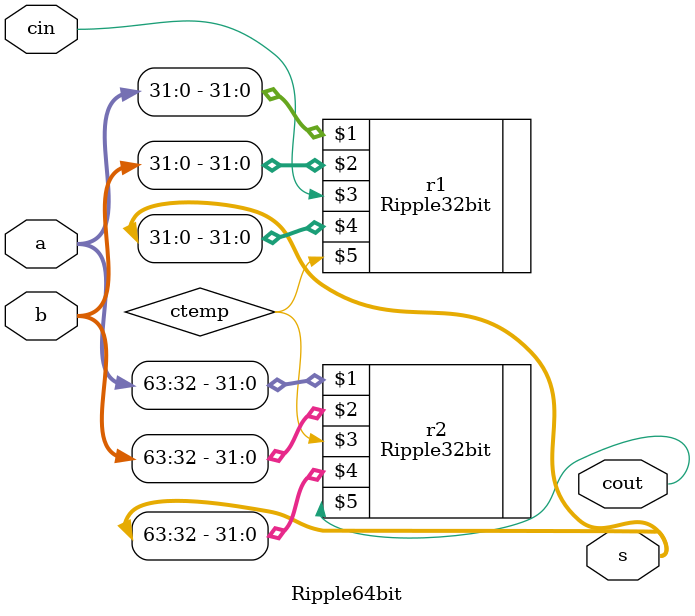
<source format=v>
`timescale 1ns / 1ps
module Ripple64bit(
    input [63:0] a,
    input [63:0] b,
    input cin,
    output [63:0] s,
    output cout
    );
			wire ctemp;

	 //cascaded 2 32-bit RCAs using wire ctemp
    Ripple32bit r1(a[31:0], b[31:0], cin, s[31:0], ctemp);
    Ripple32bit r2(a[63:32], b[63:32], ctemp, s[63:32], cout);

endmodule

</source>
